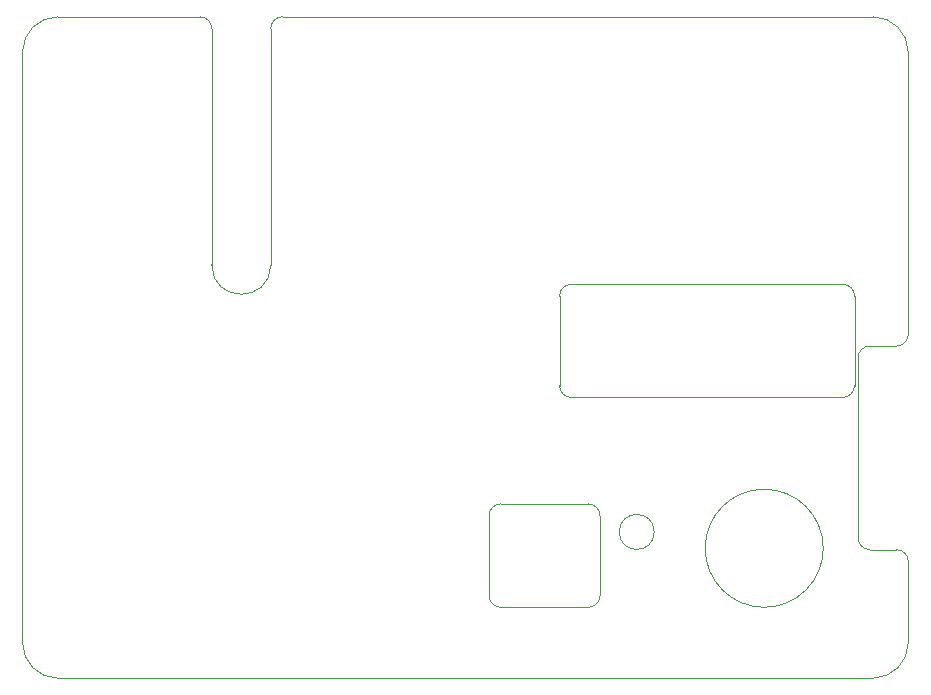
<source format=gbr>
G04 #@! TF.GenerationSoftware,KiCad,Pcbnew,(6.0.1)*
G04 #@! TF.CreationDate,2022-08-03T17:01:47-07:00*
G04 #@! TF.ProjectId,Prime Mover,5072696d-6520-44d6-9f76-65722e6b6963,rev?*
G04 #@! TF.SameCoordinates,Original*
G04 #@! TF.FileFunction,Profile,NP*
%FSLAX46Y46*%
G04 Gerber Fmt 4.6, Leading zero omitted, Abs format (unit mm)*
G04 Created by KiCad (PCBNEW (6.0.1)) date 2022-08-03 17:01:47*
%MOMM*%
%LPD*%
G01*
G04 APERTURE LIST*
G04 #@! TA.AperFunction,Profile*
%ADD10C,0.050000*%
G04 #@! TD*
G04 APERTURE END LIST*
D10*
X23970000Y5350000D02*
X46950000Y5350000D01*
X30990811Y-15620000D02*
G75*
G03*
X30990811Y-15620000I-1480811J0D01*
G01*
X52500000Y25000000D02*
G75*
G03*
X49500000Y28000000I-3000001J-1D01*
G01*
X52500000Y25000000D02*
X52500000Y1120000D01*
X-6475000Y27000000D02*
X-6475000Y7000000D01*
X25400000Y-22000000D02*
G75*
G03*
X26400000Y-21000000I-3J1000003D01*
G01*
X-6475000Y7000000D02*
G75*
G03*
X-1475000Y7000000I2500000J0D01*
G01*
X23970000Y5349997D02*
G75*
G03*
X22970000Y4350000I-3J-999997D01*
G01*
X-22500000Y-25000000D02*
G75*
G03*
X-19500000Y-28000000I3000001J1D01*
G01*
X18000000Y-13250003D02*
G75*
G03*
X17000000Y-14250000I-3J-999997D01*
G01*
X46950000Y-4229997D02*
G75*
G03*
X47950000Y-3230000I3J999997D01*
G01*
X-7475000Y28000000D02*
X-19500000Y28000000D01*
X52500000Y-25000000D02*
X52500000Y-18120000D01*
X17000000Y-21000000D02*
G75*
G03*
X18000000Y-22000000I1000003J3D01*
G01*
X45300000Y-17000000D02*
G75*
G03*
X45300000Y-17000000I-5000000J0D01*
G01*
X49250000Y120000D02*
X51500000Y120000D01*
X25400000Y-13250000D02*
X18000000Y-13250000D01*
X-19500000Y28000000D02*
G75*
G03*
X-22500000Y25000000I0J-3000000D01*
G01*
X46950000Y-4230000D02*
X23970000Y-4230000D01*
X-19500000Y-28000000D02*
X49500000Y-28000000D01*
X22970000Y4350000D02*
X22970000Y-3230000D01*
X52500000Y-18120000D02*
G75*
G03*
X51500000Y-17120000I-1000003J-3D01*
G01*
X48250000Y-16120000D02*
X48250000Y-880000D01*
X17000000Y-14250000D02*
X17000000Y-21000000D01*
X49250000Y120000D02*
G75*
G03*
X48250000Y-880000I3J-1000003D01*
G01*
X-1475000Y27000000D02*
X-1475000Y7000000D01*
X49250000Y-17120000D02*
X51500000Y-17120000D01*
X49500000Y-28000000D02*
G75*
G03*
X52500000Y-25000000I-1J3000001D01*
G01*
X18000000Y-22000000D02*
X25400000Y-22000000D01*
X26400000Y-14250000D02*
G75*
G03*
X25400000Y-13250000I-1000003J-3D01*
G01*
X26400000Y-21000000D02*
X26400000Y-14250000D01*
X48250000Y-16120000D02*
G75*
G03*
X49250000Y-17120000I1000003J3D01*
G01*
X-22500000Y25000000D02*
X-22500000Y-25000000D01*
X-475000Y28000000D02*
G75*
G03*
X-1475000Y27000000I3J-1000003D01*
G01*
X47950000Y-3230000D02*
X47950000Y4350000D01*
X-6475000Y27000000D02*
G75*
G03*
X-7475000Y28000000I-1000003J-3D01*
G01*
X51500000Y120000D02*
G75*
G03*
X52500000Y1120000I-3J1000003D01*
G01*
X-475000Y28000000D02*
X49500000Y28000000D01*
X47950000Y4350000D02*
G75*
G03*
X46950000Y5350000I-1000003J-3D01*
G01*
X22970000Y-3230000D02*
G75*
G03*
X23970000Y-4230000I1000003J3D01*
G01*
M02*

</source>
